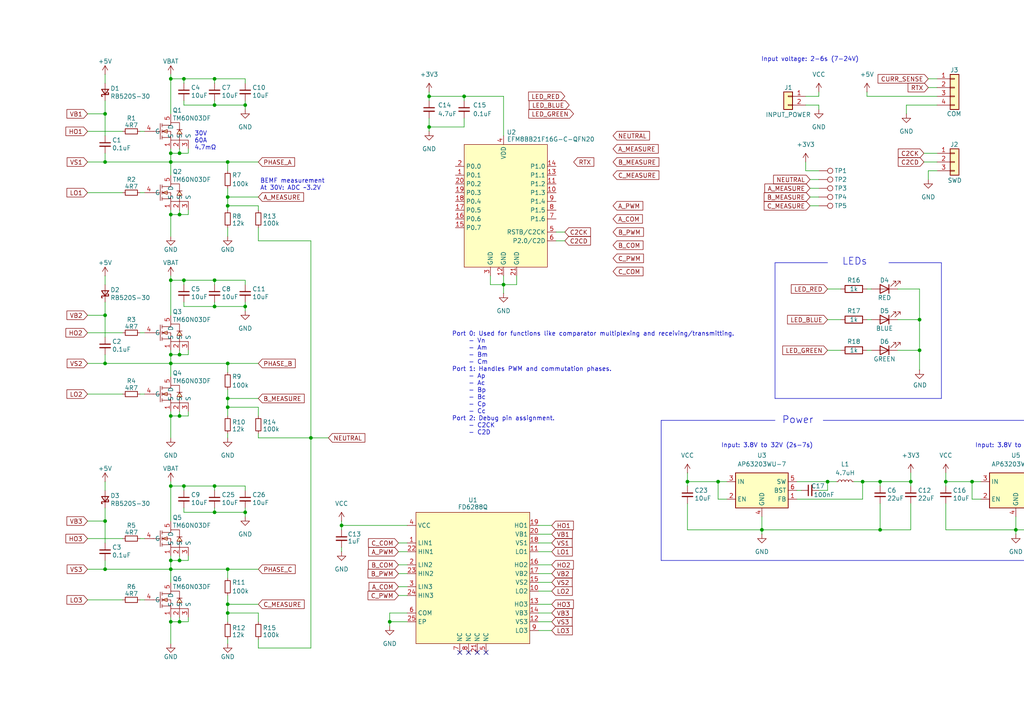
<source format=kicad_sch>
(kicad_sch (version 20231120) (generator "eeschema") (generator_version "8.0")
  (paper "A4")
  (title_block (title "ESCnix") (rev "A") (company "Victor Krook"))
  (junction (at 49.53 81.28))
  (junction (at 52.07 120.65))
  (junction (at 30.48 165.1))
  (junction (at 49.53 105.41))
  (junction (at 62.23 148.59))
  (junction (at 30.48 91.44))
  (junction (at 66.04 118.11))
  (junction (at 220.98 153.67))
  (junction (at 62.23 22.86))
  (junction (at 294.64 153.67))
  (junction (at 208.28 139.7))
  (junction (at 71.12 148.59))
  (junction (at 134.62 27.94))
  (junction (at 124.46 36.83))
  (junction (at 66.04 175.26))
  (junction (at 240.03 139.7))
  (junction (at 328.93 139.7))
  (junction (at 99.06 152.4))
  (junction (at 255.27 153.67))
  (junction (at 157.48 252.73))
  (junction (at 66.04 46.99))
  (junction (at 30.48 105.41))
  (junction (at 30.48 46.99))
  (junction (at 52.07 44.45))
  (junction (at 66.04 177.8))
  (junction (at 255.27 139.7))
  (junction (at 52.07 62.23))
  (junction (at 266.7 92.71))
  (junction (at 90.17 127))
  (junction (at 49.53 22.86))
  (junction (at 52.07 180.34))
  (junction (at 66.04 165.1))
  (junction (at 49.53 180.34))
  (junction (at 49.53 46.99))
  (junction (at 62.23 30.48))
  (junction (at 52.07 102.87))
  (junction (at 337.82 139.7))
  (junction (at 49.53 140.97))
  (junction (at 71.12 88.9))
  (junction (at 30.48 151.13))
  (junction (at 250.19 139.7))
  (junction (at 49.53 120.65))
  (junction (at 71.12 30.48))
  (junction (at 66.04 57.15))
  (junction (at 199.39 139.7))
  (junction (at 52.07 162.56))
  (junction (at 49.53 162.56))
  (junction (at 53.34 81.28))
  (junction (at 49.53 62.23))
  (junction (at 53.34 140.97))
  (junction (at 313.69 139.7))
  (junction (at 62.23 88.9))
  (junction (at 266.7 101.6))
  (junction (at 30.48 33.02))
  (junction (at 157.48 243.84))
  (junction (at 113.03 180.34))
  (junction (at 49.53 44.45))
  (junction (at 274.32 139.7))
  (junction (at 264.16 139.7))
  (junction (at 49.53 165.1))
  (junction (at 124.46 27.94))
  (junction (at 62.23 140.97))
  (junction (at 328.93 153.67))
  (junction (at 53.34 22.86))
  (junction (at 146.05 82.55))
  (junction (at 323.85 139.7))
  (junction (at 179.07 226.06))
  (junction (at 66.04 105.41))
  (junction (at 66.04 59.69))
  (junction (at 66.04 115.57))
  (junction (at 281.94 139.7))
  (junction (at 62.23 81.28))
  (junction (at 49.53 102.87))
  (no_connect (at 140.97 189.23))
  (no_connect (at 133.35 189.23))
  (no_connect (at 138.43 189.23))
  (no_connect (at 135.89 189.23))
  (wire (pts (xy 146.05 82.55) (xy 146.05 80.01)))
  (wire (pts (xy 124.46 26.67) (xy 124.46 27.94)))
  (wire (pts (xy 25.4 151.13) (xy 30.48 151.13)))
  (wire (pts (xy 267.97 44.45) (xy 271.78 44.45)))
  (wire (pts (xy 49.53 165.1) (xy 49.53 168.91)))
  (wire (pts (xy 54.61 161.29) (xy 54.61 162.56)))
  (wire (pts (xy 54.61 119.38) (xy 54.61 120.65)))
  (wire (pts (xy 328.93 146.05) (xy 328.93 153.67)))
  (wire (pts (xy 115.57 170.18) (xy 118.11 170.18)))
  (wire (pts (xy 53.34 88.9) (xy 62.23 88.9)))
  (wire (pts (xy 66.04 66.04) (xy 66.04 68.58)))
  (wire (pts (xy 62.23 140.97) (xy 53.34 140.97)))
  (polyline (pts (xy 224.79 115.57) (xy 273.05 115.57)))
  (wire (pts (xy 62.23 148.59) (xy 71.12 148.59)))
  (wire (pts (xy 71.12 140.97) (xy 62.23 140.97)))
  (wire (pts (xy 74.93 125.73) (xy 74.93 127)))
  (wire (pts (xy 53.34 147.32) (xy 53.34 148.59)))
  (wire (pts (xy 304.8 142.24) (xy 306.07 142.24)))
  (wire (pts (xy 74.93 177.8) (xy 74.93 180.34)))
  (wire (pts (xy 124.46 27.94) (xy 134.62 27.94)))
  (wire (pts (xy 71.12 88.9) (xy 71.12 87.63)))
  (wire (pts (xy 250.19 139.7) (xy 255.27 139.7)))
  (wire (pts (xy 25.4 33.02) (xy 30.48 33.02)))
  (wire (pts (xy 157.48 252.73) (xy 165.1 252.73)))
  (wire (pts (xy 313.69 142.24) (xy 313.69 139.7)))
  (wire (pts (xy 30.48 80.01) (xy 30.48 82.55)))
  (wire (pts (xy 66.04 165.1) (xy 74.93 165.1)))
  (wire (pts (xy 199.39 139.7) (xy 199.39 140.97)))
  (wire (pts (xy 52.07 102.87) (xy 49.53 102.87)))
  (wire (pts (xy 115.57 166.37) (xy 118.11 166.37)))
  (wire (pts (xy 40.64 173.99) (xy 41.91 173.99)))
  (wire (pts (xy 237.49 142.24) (xy 240.03 142.24)))
  (polyline (pts (xy 224.79 76.2) (xy 224.79 115.57)))
  (wire (pts (xy 71.12 82.55) (xy 71.12 81.28)))
  (wire (pts (xy 199.39 137.16) (xy 199.39 139.7)))
  (polyline (pts (xy 273.05 115.57) (xy 273.05 76.2)))
  (wire (pts (xy 53.34 140.97) (xy 49.53 140.97)))
  (wire (pts (xy 71.12 142.24) (xy 71.12 140.97)))
  (wire (pts (xy 231.14 142.24) (xy 232.41 142.24)))
  (wire (pts (xy 66.04 175.26) (xy 74.93 175.26)))
  (wire (pts (xy 49.53 62.23) (xy 52.07 62.23)))
  (wire (pts (xy 134.62 36.83) (xy 134.62 34.29)))
  (wire (pts (xy 233.68 46.99) (xy 233.68 49.53)))
  (wire (pts (xy 208.28 139.7) (xy 210.82 139.7)))
  (wire (pts (xy 49.53 165.1) (xy 30.48 165.1)))
  (wire (pts (xy 179.07 226.06) (xy 179.07 227.33)))
  (wire (pts (xy 255.27 146.05) (xy 255.27 153.67)))
  (wire (pts (xy 40.64 156.21) (xy 41.91 156.21)))
  (wire (pts (xy 113.03 180.34) (xy 113.03 177.8)))
  (wire (pts (xy 115.57 160.02) (xy 118.11 160.02)))
  (wire (pts (xy 156.21 177.8) (xy 160.02 177.8)))
  (wire (pts (xy 337.82 139.7) (xy 328.93 139.7)))
  (wire (pts (xy 264.16 139.7) (xy 264.16 140.97)))
  (wire (pts (xy 25.4 38.1) (xy 35.56 38.1)))
  (wire (pts (xy 30.48 147.32) (xy 30.48 151.13)))
  (wire (pts (xy 62.23 81.28) (xy 53.34 81.28)))
  (wire (pts (xy 49.53 46.99) (xy 66.04 46.99)))
  (wire (pts (xy 161.29 69.85) (xy 163.83 69.85)))
  (wire (pts (xy 321.31 139.7) (xy 323.85 139.7)))
  (wire (pts (xy 231.14 139.7) (xy 240.03 139.7)))
  (wire (pts (xy 274.32 153.67) (xy 294.64 153.67)))
  (wire (pts (xy 99.06 152.4) (xy 118.11 152.4)))
  (wire (pts (xy 49.53 46.99) (xy 49.53 50.8)))
  (wire (pts (xy 237.49 57.15) (xy 234.95 57.15)))
  (wire (pts (xy 266.7 101.6) (xy 266.7 107.315)))
  (wire (pts (xy 49.53 162.56) (xy 49.53 165.1)))
  (wire (pts (xy 62.23 140.97) (xy 62.23 142.24)))
  (wire (pts (xy 30.48 157.48) (xy 30.48 151.13)))
  (wire (pts (xy 274.32 146.05) (xy 274.32 153.67)))
  (wire (pts (xy 53.34 30.48) (xy 62.23 30.48)))
  (wire (pts (xy 52.07 161.29) (xy 52.07 162.56)))
  (wire (pts (xy 294.64 149.86) (xy 294.64 153.67)))
  (wire (pts (xy 220.98 153.67) (xy 220.98 154.94)))
  (wire (pts (xy 264.16 139.7) (xy 255.27 139.7)))
  (wire (pts (xy 165.1 251.46) (xy 168.91 251.46)))
  (polyline (pts (xy 347.98 162.56) (xy 191.77 162.56)))
  (polyline (pts (xy 240.03 76.2) (xy 224.79 76.2)))
  (wire (pts (xy 113.03 177.8) (xy 118.11 177.8)))
  (wire (pts (xy 30.48 165.1) (xy 30.48 162.56)))
  (wire (pts (xy 251.46 83.82) (xy 252.73 83.82)))
  (wire (pts (xy 90.17 187.96) (xy 90.17 127)))
  (wire (pts (xy 113.03 181.61) (xy 113.03 180.34)))
  (wire (pts (xy 165.1 243.84) (xy 165.1 245.11)))
  (wire (pts (xy 49.53 46.99) (xy 30.48 46.99)))
  (wire (pts (xy 54.61 60.96) (xy 54.61 62.23)))
  (wire (pts (xy 40.64 96.52) (xy 41.91 96.52)))
  (wire (pts (xy 30.48 29.21) (xy 30.48 33.02)))
  (wire (pts (xy 74.93 185.42) (xy 74.93 187.96)))
  (wire (pts (xy 208.28 144.78) (xy 208.28 139.7)))
  (wire (pts (xy 49.53 120.65) (xy 49.53 127)))
  (wire (pts (xy 168.91 245.11) (xy 168.91 246.38)))
  (wire (pts (xy 49.53 180.34) (xy 52.07 180.34)))
  (wire (pts (xy 52.07 44.45) (xy 49.53 44.45)))
  (wire (pts (xy 62.23 22.86) (xy 62.23 24.13)))
  (wire (pts (xy 304.8 139.7) (xy 313.69 139.7)))
  (wire (pts (xy 30.48 46.99) (xy 30.48 44.45)))
  (wire (pts (xy 157.48 252.73) (xy 157.48 261.62)))
  (wire (pts (xy 74.93 59.69) (xy 74.93 60.96)))
  (wire (pts (xy 49.53 62.23) (xy 49.53 68.58)))
  (wire (pts (xy 53.34 87.63) (xy 53.34 88.9)))
  (wire (pts (xy 251.46 101.6) (xy 252.73 101.6)))
  (wire (pts (xy 179.07 226.06) (xy 173.99 226.06)))
  (wire (pts (xy 237.49 52.07) (xy 234.95 52.07)))
  (wire (pts (xy 49.53 161.29) (xy 49.53 162.56)))
  (wire (pts (xy 53.34 29.21) (xy 53.34 30.48)))
  (wire (pts (xy 66.04 185.42) (xy 66.04 186.69)))
  (wire (pts (xy 90.17 127) (xy 95.25 127)))
  (wire (pts (xy 49.53 139.7) (xy 49.53 140.97)))
  (wire (pts (xy 271.78 27.94) (xy 251.46 27.94)))
  (wire (pts (xy 52.07 180.34) (xy 54.61 180.34)))
  (wire (pts (xy 66.04 177.8) (xy 74.93 177.8)))
  (wire (pts (xy 134.62 27.94) (xy 146.05 27.94)))
  (wire (pts (xy 25.4 96.52) (xy 35.56 96.52)))
  (wire (pts (xy 304.8 144.78) (xy 323.85 144.78)))
  (wire (pts (xy 74.93 118.11) (xy 74.93 120.65)))
  (wire (pts (xy 49.53 180.34) (xy 49.53 186.69)))
  (wire (pts (xy 49.53 60.96) (xy 49.53 62.23)))
  (wire (pts (xy 294.64 153.67) (xy 294.64 154.94)))
  (wire (pts (xy 66.04 46.99) (xy 66.04 49.53)))
  (wire (pts (xy 156.21 163.83) (xy 160.02 163.83)))
  (wire (pts (xy 30.48 105.41) (xy 30.48 102.87)))
  (wire (pts (xy 25.4 55.88) (xy 35.56 55.88)))
  (wire (pts (xy 337.82 139.7) (xy 337.82 140.97)))
  (wire (pts (xy 71.12 22.86) (xy 62.23 22.86)))
  (wire (pts (xy 66.04 59.69) (xy 66.04 60.96)))
  (wire (pts (xy 237.49 31.75) (xy 237.49 30.48)))
  (wire (pts (xy 62.23 30.48) (xy 71.12 30.48)))
  (wire (pts (xy 66.04 172.72) (xy 66.04 175.26)))
  (wire (pts (xy 251.46 92.71) (xy 252.73 92.71)))
  (wire (pts (xy 165.1 243.84) (xy 157.48 243.84)))
  (polyline (pts (xy 191.77 121.92) (xy 224.79 121.92)))
  (wire (pts (xy 66.04 105.41) (xy 66.04 107.95)))
  (wire (pts (xy 49.53 44.45) (xy 49.53 46.99)))
  (wire (pts (xy 173.99 256.54) (xy 173.99 257.81)))
  (wire (pts (xy 266.7 83.82) (xy 266.7 92.71)))
  (wire (pts (xy 66.04 113.03) (xy 66.04 115.57)))
  (wire (pts (xy 269.24 25.4) (xy 271.78 25.4)))
  (wire (pts (xy 237.49 54.61) (xy 234.95 54.61)))
  (wire (pts (xy 156.21 160.02) (xy 160.02 160.02)))
  (wire (pts (xy 66.04 175.26) (xy 66.04 177.8)))
  (wire (pts (xy 250.19 144.78) (xy 250.19 139.7)))
  (wire (pts (xy 40.64 55.88) (xy 41.91 55.88)))
  (wire (pts (xy 71.12 24.13) (xy 71.12 22.86)))
  (wire (pts (xy 199.39 139.7) (xy 208.28 139.7)))
  (wire (pts (xy 146.05 82.55) (xy 146.05 85.09)))
  (wire (pts (xy 71.12 90.17) (xy 71.12 88.9)))
  (wire (pts (xy 251.46 27.94) (xy 251.46 26.67)))
  (wire (pts (xy 62.23 87.63) (xy 62.23 88.9)))
  (wire (pts (xy 54.61 102.87) (xy 52.07 102.87)))
  (wire (pts (xy 237.49 27.94) (xy 237.49 26.67)))
  (wire (pts (xy 52.07 101.6) (xy 52.07 102.87)))
  (wire (pts (xy 62.23 88.9) (xy 71.12 88.9)))
  (wire (pts (xy 255.27 153.67) (xy 264.16 153.67)))
  (wire (pts (xy 220.98 153.67) (xy 255.27 153.67)))
  (wire (pts (xy 281.94 144.78) (xy 281.94 139.7)))
  (wire (pts (xy 157.48 243.84) (xy 157.48 245.11)))
  (wire (pts (xy 66.04 57.15) (xy 74.93 57.15)))
  (wire (pts (xy 49.53 102.87) (xy 49.53 105.41)))
  (wire (pts (xy 52.07 119.38) (xy 52.07 120.65)))
  (wire (pts (xy 146.05 27.94) (xy 146.05 39.37)))
  (wire (pts (xy 49.53 80.01) (xy 49.53 81.28)))
  (wire (pts (xy 66.04 105.41) (xy 74.93 105.41)))
  (wire (pts (xy 161.29 261.62) (xy 161.29 260.35)))
  (wire (pts (xy 240.03 142.24) (xy 240.03 139.7)))
  (wire (pts (xy 157.48 241.3) (xy 157.48 243.84)))
  (wire (pts (xy 156.21 180.34) (xy 160.02 180.34)))
  (wire (pts (xy 161.29 67.31) (xy 163.83 67.31)))
  (wire (pts (xy 274.32 139.7) (xy 281.94 139.7)))
  (wire (pts (xy 49.53 101.6) (xy 49.53 102.87)))
  (wire (pts (xy 74.93 187.96) (xy 90.17 187.96)))
  (wire (pts (xy 53.34 81.28) (xy 53.34 82.55)))
  (wire (pts (xy 146.05 82.55) (xy 149.86 82.55)))
  (wire (pts (xy 267.97 46.99) (xy 271.78 46.99)))
  (wire (pts (xy 328.93 153.67) (xy 337.82 153.67)))
  (wire (pts (xy 156.21 157.48) (xy 160.02 157.48)))
  (wire (pts (xy 269.24 52.07) (xy 269.24 49.53)))
  (wire (pts (xy 49.53 21.59) (xy 49.53 22.86)))
  (wire (pts (xy 124.46 34.29) (xy 124.46 36.83)))
  (wire (pts (xy 237.49 59.69) (xy 234.95 59.69)))
  (wire (pts (xy 49.53 165.1) (xy 66.04 165.1)))
  (wire (pts (xy 266.7 92.71) (xy 266.7 101.6)))
  (wire (pts (xy 66.04 46.99) (xy 74.93 46.99)))
  (wire (pts (xy 74.93 66.04) (xy 74.93 69.85)))
  (wire (pts (xy 53.34 148.59) (xy 62.23 148.59)))
  (wire (pts (xy 179.07 224.79) (xy 179.07 226.06)))
  (wire (pts (xy 90.17 127) (xy 90.17 69.85)))
  (wire (pts (xy 149.86 82.55) (xy 149.86 80.01)))
  (wire (pts (xy 157.48 261.62) (xy 161.29 261.62)))
  (wire (pts (xy 30.48 97.79) (xy 30.48 91.44)))
  (wire (pts (xy 255.27 140.97) (xy 255.27 139.7)))
  (wire (pts (xy 66.04 59.69) (xy 74.93 59.69)))
  (polyline (pts (xy 191.77 162.56) (xy 191.77 121.92)))
  (wire (pts (xy 262.89 30.48) (xy 271.78 30.48)))
  (wire (pts (xy 25.4 105.41) (xy 30.48 105.41)))
  (wire (pts (xy 220.98 149.86) (xy 220.98 153.67)))
  (wire (pts (xy 54.61 179.07) (xy 54.61 180.34)))
  (wire (pts (xy 294.64 153.67) (xy 328.93 153.67)))
  (wire (pts (xy 99.06 151.13) (xy 99.06 152.4)))
  (wire (pts (xy 142.24 80.01) (xy 142.24 82.55)))
  (wire (pts (xy 323.85 144.78) (xy 323.85 139.7)))
  (wire (pts (xy 124.46 27.94) (xy 124.46 29.21)))
  (wire (pts (xy 66.04 54.61) (xy 66.04 57.15)))
  (wire (pts (xy 53.34 22.86) (xy 49.53 22.86)))
  (wire (pts (xy 156.21 168.91) (xy 160.02 168.91)))
  (wire (pts (xy 240.03 101.6) (xy 243.84 101.6)))
  (wire (pts (xy 269.24 22.86) (xy 271.78 22.86)))
  (wire (pts (xy 240.03 83.82) (xy 243.84 83.82)))
  (wire (pts (xy 49.53 105.41) (xy 49.53 109.22)))
  (wire (pts (xy 274.32 139.7) (xy 274.32 140.97)))
  (wire (pts (xy 54.61 162.56) (xy 52.07 162.56)))
  (wire (pts (xy 71.12 31.75) (xy 71.12 30.48)))
  (wire (pts (xy 62.23 81.28) (xy 62.23 82.55)))
  (wire (pts (xy 274.32 137.16) (xy 274.32 139.7)))
  (wire (pts (xy 237.49 30.48) (xy 233.68 30.48)))
  (wire (pts (xy 66.04 118.11) (xy 74.93 118.11)))
  (wire (pts (xy 49.53 43.18) (xy 49.53 44.45)))
  (wire (pts (xy 71.12 149.86) (xy 71.12 148.59)))
  (wire (pts (xy 311.15 142.24) (xy 313.69 142.24)))
  (wire (pts (xy 210.82 144.78) (xy 208.28 144.78)))
  (wire (pts (xy 30.48 87.63) (xy 30.48 91.44)))
  (wire (pts (xy 71.12 30.48) (xy 71.12 29.21)))
  (wire (pts (xy 49.53 105.41) (xy 30.48 105.41)))
  (wire (pts (xy 115.57 172.72) (xy 118.11 172.72)))
  (wire (pts (xy 52.07 120.65) (xy 54.61 120.65)))
  (wire (pts (xy 269.24 49.53) (xy 271.78 49.53)))
  (wire (pts (xy 156.21 152.4) (xy 160.02 152.4)))
  (wire (pts (xy 142.24 82.55) (xy 146.05 82.55)))
  (wire (pts (xy 52.07 62.23) (xy 54.61 62.23)))
  (wire (pts (xy 54.61 101.6) (xy 54.61 102.87)))
  (wire (pts (xy 25.4 173.99) (xy 35.56 173.99)))
  (wire (pts (xy 264.16 146.05) (xy 264.16 153.67)))
  (wire (pts (xy 66.04 118.11) (xy 66.04 120.65)))
  (wire (pts (xy 25.4 91.44) (xy 30.48 91.44)))
  (wire (pts (xy 49.53 81.28) (xy 49.53 91.44)))
  (wire (pts (xy 66.04 177.8) (xy 66.04 180.34)))
  (wire (pts (xy 71.12 81.28) (xy 62.23 81.28)))
  (wire (pts (xy 49.53 140.97) (xy 49.53 151.13)))
  (wire (pts (xy 156.21 171.45) (xy 160.02 171.45)))
  (wire (pts (xy 25.4 156.21) (xy 35.56 156.21)))
  (wire (pts (xy 134.62 27.94) (xy 134.62 29.21)))
  (wire (pts (xy 264.16 139.7) (xy 264.16 137.16)))
  (wire (pts (xy 99.06 152.4) (xy 99.06 153.67)))
  (wire (pts (xy 260.35 83.82) (xy 266.7 83.82)))
  (wire (pts (xy 66.04 165.1) (xy 66.04 167.64)))
  (wire (pts (xy 323.85 139.7) (xy 328.93 139.7)))
  (wire (pts (xy 313.69 139.7) (xy 316.23 139.7)))
  (wire (pts (xy 157.48 250.19) (xy 157.48 252.73)))
  (wire (pts (xy 25.4 114.3) (xy 35.56 114.3)))
  (wire (pts (xy 240.03 92.71) (xy 243.84 92.71)))
  (wire (pts (xy 66.04 125.73) (xy 66.04 127)))
  (wire (pts (xy 30.48 21.59) (xy 30.48 24.13)))
  (wire (pts (xy 30.48 139.7) (xy 30.48 142.24)))
  (wire (pts (xy 184.15 248.92) (xy 186.69 248.92)))
  (wire (pts (xy 240.03 139.7) (xy 242.57 139.7)))
  (wire (pts (xy 156.21 166.37) (xy 160.02 166.37)))
  (wire (pts (xy 124.46 36.83) (xy 134.62 36.83)))
  (wire (pts (xy 113.03 180.34) (xy 118.11 180.34)))
  (wire (pts (xy 199.39 146.05) (xy 199.39 153.67)))
  (wire (pts (xy 52.07 162.56) (xy 49.53 162.56)))
  (wire (pts (xy 71.12 148.59) (xy 71.12 147.32)))
  (wire (pts (xy 99.06 158.75) (xy 99.06 160.02)))
  (wire (pts (xy 115.57 163.83) (xy 118.11 163.83)))
  (wire (pts (xy 54.61 43.18) (xy 54.61 44.45)))
  (wire (pts (xy 231.14 144.78) (xy 250.19 144.78)))
  (wire (pts (xy 337.82 139.7) (xy 337.82 137.16)))
  (wire (pts (xy 52.07 179.07) (xy 52.07 180.34)))
  (wire (pts (xy 233.68 27.94) (xy 237.49 27.94)))
  (wire (pts (xy 62.23 22.86) (xy 53.34 22.86)))
  (wire (pts (xy 49.53 120.65) (xy 52.07 120.65)))
  (wire (pts (xy 53.34 22.86) (xy 53.34 24.13)))
  (wire (pts (xy 49.53 179.07) (xy 49.53 180.34)))
  (polyline (pts (xy 257.81 76.2) (xy 273.05 76.2)))
  (wire (pts (xy 284.48 144.78) (xy 281.94 144.78)))
  (wire (pts (xy 49.53 105.41) (xy 66.04 105.41)))
  (polyline (pts (xy 238.76 121.92) (xy 347.98 121.92)))
  (wire (pts (xy 179.07 232.41) (xy 179.07 233.68)))
  (wire (pts (xy 262.89 33.02) (xy 262.89 30.48)))
  (wire (pts (xy 66.04 115.57) (xy 74.93 115.57)))
  (wire (pts (xy 281.94 139.7) (xy 284.48 139.7)))
  (wire (pts (xy 62.23 29.21) (xy 62.23 30.48)))
  (wire (pts (xy 260.35 92.71) (xy 266.7 92.71)))
  (wire (pts (xy 62.23 147.32) (xy 62.23 148.59)))
  (wire (pts (xy 173.99 226.06) (xy 173.99 241.3)))
  (wire (pts (xy 40.64 114.3) (xy 41.91 114.3)))
  (wire (pts (xy 52.07 60.96) (xy 52.07 62.23)))
  (polyline (pts (xy 347.98 121.92) (xy 347.98 162.56)))
  (wire (pts (xy 40.64 38.1) (xy 41.91 38.1)))
  (wire (pts (xy 49.53 22.86) (xy 49.53 33.02)))
  (wire (pts (xy 74.93 127) (xy 90.17 127)))
  (wire (pts (xy 337.82 146.05) (xy 337.82 153.67)))
  (wire (pts (xy 156.21 182.88) (xy 160.02 182.88)))
  (wire (pts (xy 156.21 175.26) (xy 160.02 175.26)))
  (wire (pts (xy 165.1 252.73) (xy 165.1 251.46)))
  (wire (pts (xy 52.07 43.18) (xy 52.07 44.45)))
  (wire (pts (xy 54.61 44.45) (xy 52.07 44.45)))
  (wire (pts (xy 53.34 81.28) (xy 49.53 81.28)))
  (wire (pts (xy 74.93 69.85) (xy 90.17 69.85)))
  (wire (pts (xy 260.35 101.6) (xy 266.7 101.6)))
  (wire (pts (xy 165.1 245.11) (xy 168.91 245.11)))
  (wire (pts (xy 30.48 39.37) (xy 30.48 33.02)))
  (wire (pts (xy 328.93 140.97) (xy 328.93 139.7)))
  (wire (pts (xy 156.21 154.94) (xy 160.02 154.94)))
  (wire (pts (xy 199.39 153.67) (xy 220.98 153.67)))
  (wire (pts (xy 66.04 115.57) (xy 66.04 118.11)))
  (wire (pts (xy 49.53 119.38) (xy 49.53 120.65)))
  (wire (pts (xy 233.68 49.53) (xy 237.49 49.53)))
  (wire (pts (xy 247.65 139.7) (xy 250.19 139.7)))
  (wire (pts (xy 115.57 157.48) (xy 118.11 157.48)))
  (wire (pts (xy 66.04 57.15) (xy 66.04 59.69)))
  (wire (pts (xy 25.4 165.1) (xy 30.48 165.1)))
  (wire (pts (xy 124.46 36.83) (xy 124.46 38.1)))
  (wire (pts (xy 25.4 46.99) (xy 30.48 46.99)))
  (wire (pts (xy 53.34 140.97) (xy 53.34 142.24)))
  (text "Input: 3.8V to 32V (2s-7s)" (at 222.504 129.286 0) (effects (font (size 1.27 1.27))))
  (text "Port 0: Used for functions like comparator multiplexing and receiving/transmitting.\n	- Vn\n	- Am\n	- Bm\n	- Cm\nPort 1: Handles PWM and commutation phases.\n	- Ap\n	- Ac\n	- Bp\n	- Bc\n	- Cp\n	- Cc\nPort 2: Debug pin assignment.\n	- C2CK\n	- C2D" (at 131.064 111.252 0) (effects (font (size 1.27 1.27)) (justify left)))
  (text "Input: 3.8V to 32V (2s-7s)" (at 296.164 129.286 0) (effects (font (size 1.27 1.27))))
  (text "BEMF measurement\nAt 30V: ADC ~3.2V" (at 75.438 53.594 0) (effects (font (size 1.27 1.27)) (justify left)))
  (text "30V\n60A\n4.7mΩ" (at 56.388 40.894 0) (effects (font (size 1.27 1.27)) (justify left)))
  (text "Max current: 60A\n-> Max voltage: 30mV\n-> Max power: 1.8W\nGain: 100\nADC max: 3V" (at 189.484 232.918 0) (effects (font (size 1.27 1.27)) (justify left)))
  (text "LEDs" (at 247.904 75.946 0) (effects (font (size 2.032 2.032))))
  (text "Power" (at 231.394 121.92 0) (effects (font (size 2.032 2.032))))
  (text "Input voltage: 2-6s (7-24V)" (at 234.95 17.272 0) (effects (font (size 1.27 1.27))))
  (text "Current measurement" (at 152.146 217.424 0) (effects (font (size 2.9972 2.9972)) (justify left bottom)))
  (global_label "HO3" (shape input) (at 25.4 156.21 180) (property "Intersheetrefs" "${INTERSHEET_REFS}" (effects (hide yes))))
  (global_label "C_PWM" (shape input) (at 115.57 172.72 180) (property "Intersheetrefs" "${INTERSHEET_REFS}" (effects (hide yes))))
  (global_label "LO1" (shape input) (at 25.4 55.88 180) (property "Intersheetrefs" "${INTERSHEET_REFS}" (effects (hide yes))))
  (global_label "B_COM" (shape input) (at 115.57 163.83 180) (property "Intersheetrefs" "${INTERSHEET_REFS}" (effects (hide yes))))
  (global_label "VS1" (shape input) (at 25.4 46.99 180) (property "Intersheetrefs" "${INTERSHEET_REFS}" (effects (hide yes))))
  (global_label "A_MEASURE" (shape input) (at 177.8 43.18 0) (property "Intersheetrefs" "${INTERSHEET_REFS}" (effects (hide yes))))
  (global_label "CURR_SENSE" (shape input) (at 186.69 248.92 0) (property "Intersheetrefs" "${INTERSHEET_REFS}" (effects (hide yes))))
  (global_label "C_MEASURE" (shape input) (at 74.93 175.26 0) (property "Intersheetrefs" "${INTERSHEET_REFS}" (effects (hide yes))))
  (global_label "HO2" (shape input) (at 25.4 96.52 180) (property "Intersheetrefs" "${INTERSHEET_REFS}" (effects (hide yes))))
  (global_label "C2CD" (shape input) (at 267.97 46.99 180) (property "Intersheetrefs" "${INTERSHEET_REFS}" (effects (hide yes))))
  (global_label "LO1" (shape input) (at 160.02 160.02 0) (property "Intersheetrefs" "${INTERSHEET_REFS}" (effects (hide yes))))
  (global_label "A_MEASURE" (shape input) (at 234.95 54.61 180) (property "Intersheetrefs" "${INTERSHEET_REFS}" (effects (hide yes))))
  (global_label "C_MEASURE" (shape input) (at 177.8 50.8 0) (property "Intersheetrefs" "${INTERSHEET_REFS}" (effects (hide yes))))
  (global_label "VB1" (shape input) (at 160.02 154.94 0) (property "Intersheetrefs" "${INTERSHEET_REFS}" (effects (hide yes))))
  (global_label "LO3" (shape input) (at 160.02 182.88 0) (property "Intersheetrefs" "${INTERSHEET_REFS}" (effects (hide yes))))
  (global_label "VB3" (shape input) (at 160.02 177.8 0) (property "Intersheetrefs" "${INTERSHEET_REFS}" (effects (hide yes))))
  (global_label "VS1" (shape input) (at 160.02 157.48 0) (property "Intersheetrefs" "${INTERSHEET_REFS}" (effects (hide yes))))
  (global_label "C_MEASURE" (shape input) (at 234.95 59.69 180) (property "Intersheetrefs" "${INTERSHEET_REFS}" (effects (hide yes))))
  (global_label "VS2" (shape input) (at 160.02 168.91 0) (property "Intersheetrefs" "${INTERSHEET_REFS}" (effects (hide yes))))
  (global_label "RTX" (shape input) (at 269.24 25.4 180) (property "Intersheetrefs" "${INTERSHEET_REFS}" (effects (hide yes))))
  (global_label "A_COM" (shape input) (at 177.8 63.5 0) (property "Intersheetrefs" "${INTERSHEET_REFS}" (effects (hide yes))))
  (global_label "C_PWM" (shape input) (at 177.8 74.93 0) (property "Intersheetrefs" "${INTERSHEET_REFS}" (effects (hide yes))))
  (global_label "LED_GREEN" (shape input) (at 166.37 33.02 180) (property "Intersheetrefs" "${INTERSHEET_REFS}" (effects (hide yes))))
  (global_label "B_COM" (shape input) (at 177.8 71.12 0) (property "Intersheetrefs" "${INTERSHEET_REFS}" (effects (hide yes))))
  (global_label "B_PWM" (shape input) (at 115.57 166.37 180) (property "Intersheetrefs" "${INTERSHEET_REFS}" (effects (hide yes))))
  (global_label "HO2" (shape input) (at 160.02 163.83 0) (property "Intersheetrefs" "${INTERSHEET_REFS}" (effects (hide yes))))
  (global_label "PHASE_A" (shape input) (at 74.93 46.99 0) (property "Intersheetrefs" "${INTERSHEET_REFS}" (effects (hide yes))))
  (global_label "LED_RED" (shape input) (at 240.03 83.82 180) (property "Intersheetrefs" "${INTERSHEET_REFS}" (effects (hide yes))))
  (global_label "C2CD" (shape input) (at 163.83 69.85 0) (property "Intersheetrefs" "${INTERSHEET_REFS}" (effects (hide yes))))
  (global_label "C2CK" (shape input) (at 163.83 67.31 0) (property "Intersheetrefs" "${INTERSHEET_REFS}" (effects (hide yes))))
  (global_label "A_MEASURE" (shape input) (at 74.93 57.15 0) (property "Intersheetrefs" "${INTERSHEET_REFS}" (effects (hide yes))))
  (global_label "LED_RED" (shape input) (at 163.83 27.94 180) (property "Intersheetrefs" "${INTERSHEET_REFS}" (effects (hide yes))))
  (global_label "NEUTRAL" (shape input) (at 95.25 127 0) (property "Intersheetrefs" "${INTERSHEET_REFS}" (effects (hide yes))))
  (global_label "C_COM" (shape input) (at 177.8 78.74 0) (property "Intersheetrefs" "${INTERSHEET_REFS}" (effects (hide yes))))
  (global_label "LO2" (shape input) (at 160.02 171.45 0) (property "Intersheetrefs" "${INTERSHEET_REFS}" (effects (hide yes))))
  (global_label "PHASE_C" (shape input) (at 74.93 165.1 0) (property "Intersheetrefs" "${INTERSHEET_REFS}" (effects (hide yes))))
  (global_label "VS2" (shape input) (at 25.4 105.41 180) (property "Intersheetrefs" "${INTERSHEET_REFS}" (effects (hide yes))))
  (global_label "VB1" (shape input) (at 25.4 33.02 180) (property "Intersheetrefs" "${INTERSHEET_REFS}" (effects (hide yes))))
  (global_label "A_PWM" (shape input) (at 177.8 59.69 0) (property "Intersheetrefs" "${INTERSHEET_REFS}" (effects (hide yes))))
  (global_label "B_MEASURE" (shape input) (at 177.8 46.99 0) (property "Intersheetrefs" "${INTERSHEET_REFS}" (effects (hide yes))))
  (global_label "VB2" (shape input) (at 160.02 166.37 0) (property "Intersheetrefs" "${INTERSHEET_REFS}" (effects (hide yes))))
  (global_label "NEUTRAL" (shape input) (at 177.8 39.37 0) (property "Intersheetrefs" "${INTERSHEET_REFS}" (effects (hide yes))))
  (global_label "VB2" (shape input) (at 25.4 91.44 180) (property "Intersheetrefs" "${INTERSHEET_REFS}" (effects (hide yes))))
  (global_label "A_PWM" (shape input) (at 115.57 160.02 180) (property "Intersheetrefs" "${INTERSHEET_REFS}" (effects (hide yes))))
  (global_label "C_COM" (shape input) (at 115.57 157.48 180) (property "Intersheetrefs" "${INTERSHEET_REFS}" (effects (hide yes))))
  (global_label "VS3" (shape input) (at 25.4 165.1 180) (property "Intersheetrefs" "${INTERSHEET_REFS}" (effects (hide yes))))
  (global_label "A_COM" (shape input) (at 115.57 170.18 180) (property "Intersheetrefs" "${INTERSHEET_REFS}" (effects (hide yes))))
  (global_label "LED_BLUE" (shape input) (at 240.03 92.71 180) (property "Intersheetrefs" "${INTERSHEET_REFS}" (effects (hide yes))))
  (global_label "VS3" (shape input) (at 160.02 180.34 0) (property "Intersheetrefs" "${INTERSHEET_REFS}" (effects (hide yes))))
  (global_label "VB3" (shape input) (at 25.4 151.13 180) (property "Intersheetrefs" "${INTERSHEET_REFS}" (effects (hide yes))))
  (global_label "B_MEASURE" (shape input) (at 234.95 57.15 180) (property "Intersheetrefs" "${INTERSHEET_REFS}" (effects (hide yes))))
  (global_label "LED_GREEN" (shape input) (at 240.03 101.6 180) (property "Intersheetrefs" "${INTERSHEET_REFS}" (effects (hide yes))))
  (global_label "B_MEASURE" (shape input) (at 74.93 115.57 0) (property "Intersheetrefs" "${INTERSHEET_REFS}" (effects (hide yes))))
  (global_label "B_PWM" (shape input) (at 177.8 67.31 0) (property "Intersheetrefs" "${INTERSHEET_REFS}" (effects (hide yes))))
  (global_label "LO3" (shape input) (at 25.4 173.99 180) (property "Intersheetrefs" "${INTERSHEET_REFS}" (effects (hide yes))))
  (global_label "C2CK" (shape input) (at 267.97 44.45 180) (property "Intersheetrefs" "${INTERSHEET_REFS}" (effects (hide yes))))
  (global_label "LO2" (shape input) (at 25.4 114.3 180) (property "Intersheetrefs" "${INTERSHEET_REFS}" (effects (hide yes))))
  (global_label "RTX" (shape input) (at 166.37 46.99 0) (property "Intersheetrefs" "${INTERSHEET_REFS}" (effects (hide yes))))
  (global_label "HO1" (shape input) (at 25.4 38.1 180) (property "Intersheetrefs" "${INTERSHEET_REFS}" (effects (hide yes))))
  (global_label "HO1" (shape input) (at 160.02 152.4 0) (property "Intersheetrefs" "${INTERSHEET_REFS}" (effects (hide yes))))
  (global_label "PHASE_B" (shape input) (at 74.93 105.41 0) (property "Intersheetrefs" "${INTERSHEET_REFS}" (effects (hide yes))))
  (global_label "NEUTRAL" (shape input) (at 234.95 52.07 180) (property "Intersheetrefs" "${INTERSHEET_REFS}" (effects (hide yes))))
  (global_label "HO3" (shape input) (at 160.02 175.26 0) (property "Intersheetrefs" "${INTERSHEET_REFS}" (effects (hide yes))))
  (global_label "CURR_SENSE" (shape input) (at 269.24 22.86 180) (property "Intersheetrefs" "${INTERSHEET_REFS}" (effects (hide yes))))
  (global_label "LED_BLUE" (shape input) (at 165.1 30.48 180) (property "Intersheetrefs" "${INTERSHEET_REFS}" (effects (hide yes))))
  (symbol (lib_id "Device:L_Small") (at 245.11 139.7 90) (unit 1)
    (property "Reference" "L1" (at 245.11 134.62 90))
    (property "Value" "4.7uH" (at 245.11 137.16 90))
    (property "Footprint" "Inductor_SMD:L_0402_1005Metric" (effects (hide yes)))
    (property "Description" "Inductor, small symbol" (effects (hide yes)))
  )
  (symbol (lib_id "Device:R_Small") (at 157.48 247.65 0) (unit 1)
    (property "Reference" "R21" (at 158.75 246.888 0) (effects (justify left)))
    (property "Value" "0.5m" (at 159.004 248.92 0) (effects (justify left)))
    (property "Footprint" "Resistor_SMD:R_2512_6332Metric" (effects (hide yes)))
    (property "Datasheet" "https://www.lcsc.com/datasheet/lcsc_datasheet_2110081730_Milliohm-LR2512D-3W-0-5mR-1-_C500733.pdf" (effects (hide yes)))
    (property "Description" "Resistor, small symbol" (effects (hide yes)))
    (property "LCSC Part" "C500733" (effects (hide yes)))
  )
  (symbol (lib_id "Connector:TestPoint") (at 237.49 57.15 270) (mirror x) (unit 1)
    (property "Reference" "TP4" (at 243.84 57.15 90))
    (property "Value" "TestPoint" (effects (hide yes)))
    (property "Description" "test point" (effects (hide yes)))
  )
  (symbol (lib_id "power:GND") (at 173.99 257.81 0) (unit 1)
    (property "Reference" "#PWR032" (effects (hide yes)))
    (property "Value" "GND" (at 174.117 262.2042 0))
  )
  (symbol (lib_id "Device:C_Small") (at 274.32 143.51 0) (unit 1)
    (property "Reference" "C16" (at 276.352 142.24 0) (effects (justify left)))
    (property "Value" "10uF" (at 276.352 144.526 0) (effects (justify left)))
    (property "Footprint" "custom:C_0603_1608Metric_NoSilk" (effects (hide yes)))
    (property "Description" "Unpolarized capacitor, small symbol" (effects (hide yes)))
    (property "LCSC Part" "C96446" (effects (hide yes)))
  )
  (symbol (lib_id "custom:VBAT") (at 49.53 139.7 0) (unit 1)
    (property "Reference" "#PWR06" (effects (hide yes)))
    (property "Value" "VBAT" (at 49.53 135.89 0))
    (property "Description" "Power symbol creates a global label with name \"VBAT\"" (effects (hide yes)))
  )
  (symbol (lib_id "Connector:TestPoint") (at 237.49 54.61 270) (mirror x) (unit 1)
    (property "Reference" "TP3" (at 243.84 54.61 90))
    (property "Value" "TestPoint" (effects (hide yes)))
    (property "Description" "test point" (effects (hide yes)))
  )
  (symbol (lib_id "Device:C_Small") (at 234.95 142.24 90) (unit 1)
    (property "Reference" "C17" (at 237.236 140.97 90))
    (property "Value" "100nF" (at 239.014 143.51 90))
    (property "Footprint" "custom:C_0402_1005Metric_NoSilk" (effects (hide yes)))
    (property "Description" "Unpolarized capacitor, small symbol" (effects (hide yes)))
  )
  (symbol (lib_id "Connector_Generic:Conn_01x02") (at 228.6 27.94 0) (mirror y) (unit 1)
    (property "Reference" "J1" (at 229.87 25.4 0) (effects (justify left)))
    (property "Value" "INPUT_POWER" (at 235.204 33.274 0) (effects (justify left)))
    (property "Footprint" "custom:Conn_2_Bat" (effects (hide yes)))
    (property "Description" "Generic connector, single row, 01x02, script generated (kicad-library-utils/schlib/autogen/connector/)" (effects (hide yes)))
  )
  (symbol (lib_id "Device:D_Schottky_Small") (at 30.48 85.09 90) (unit 1)
    (property "Reference" "D2" (at 32.004 84.074 90) (effects (justify right)))
    (property "Value" "RB520S-30" (at 32.004 86.36 90) (effects (justify right)))
    (property "Footprint" "custom:D_SOD-523_NoSilk" (effects (hide yes)))
    (property "Description" "Schottky diode, small symbol" (effects (hide yes)))
  )
  (symbol (lib_id "power:+3V3") (at 124.46 26.67 0) (unit 1)
    (property "Reference" "#PWR019" (effects (hide yes)))
    (property "Value" "+3V3" (at 124.46 21.59 0))
    (property "Description" "Power symbol creates a global label with name \"+3V3\"" (effects (hide yes)))
  )
  (symbol (lib_id "easyeda2kicad:TMG60N04DF") (at 49.53 114.3 0) (unit 1)
    (property "Reference" "Q4" (at 50.038 108.204 0) (effects (justify left)))
    (property "Value" "TM60N03DF" (at 50.038 110.49 0) (effects (justify left)))
    (property "Footprint" "easyeda2kicad:POWERDI3333-8_DMN7022LFGQ-7" (effects (hide yes)))
    (property "Datasheet" "https://www.lcsc.com/datasheet/lcsc_datasheet_2306141419_Tritech-MOS-TM60N03DF_C7422876.pdf" (effects (hide yes)))
    (property "LCSC Part" "C7422876" (effects (hide yes)))
  )
  (symbol (lib_id "Device:C_Small") (at 255.27 143.51 0) (unit 1)
    (property "Reference" "C6" (at 257.302 142.24 0) (effects (justify left)))
    (property "Value" "22uF" (at 257.302 144.526 0) (effects (justify left)))
    (property "Footprint" "custom:C_0805_2012Metric_NoSilk" (effects (hide yes)))
    (property "Description" "Unpolarized capacitor, small symbol" (effects (hide yes)))
    (property "LCSC Part" "C45783" (effects (hide yes)))
  )
  (symbol (lib_id "Device:C_Small") (at 308.61 142.24 90) (unit 1)
    (property "Reference" "C22" (at 310.896 140.97 90))
    (property "Value" "100nF" (at 312.674 143.51 90))
    (property "Footprint" "custom:C_0402_1005Metric_NoSilk" (effects (hide yes)))
    (property "Description" "Unpolarized capacitor, small symbol" (effects (hide yes)))
  )
  (symbol (lib_id "Regulator_Switching:AP63203WU") (at 220.98 142.24 0) (unit 1)
    (property "Reference" "U3" (at 220.98 132.08 0))
    (property "Value" "AP63203WU-7" (at 220.98 134.62 0))
    (property "Footprint" "Package_TO_SOT_SMD:TSOT-23-6" (effects (hide yes)))
    (property "Datasheet" "https://www.lcsc.com/datasheet/lcsc_datasheet_2201131130_Diodes-Incorporated-AP63203WU-7_C780769.pdf" (effects (hide yes)))
    (property "Description" "2A, 1.1MHz Buck DC/DC Converter, fixed 3.3V output voltage, TSOT-23-6" (effects (hide yes)))
    (property "LCSC Part" "C780769" (effects (hide yes)))
  )
  (symbol (lib_id "Device:D_Schottky_Small") (at 30.48 144.78 90) (unit 1)
    (property "Reference" "D3" (at 32.004 143.764 90) (effects (justify right)))
    (property "Value" "RB520S-30" (at 32.004 146.05 90) (effects (justify right)))
    (property "Footprint" "custom:D_SOD-523_NoSilk" (effects (hide yes)))
    (property "Description" "Schottky diode, small symbol" (effects (hide yes)))
  )
  (symbol (lib_id "power:GND") (at 71.12 149.86 0) (unit 1)
    (property "Reference" "#PWR015" (effects (hide yes)))
    (property "Value" "GND" (at 71.12 154.94 0))
    (property "Description" "Power symbol creates a global label with name \"GND\" , ground" (effects (hide yes)))
  )
  (symbol (lib_id "Device:C_Small") (at 179.07 229.87 0) (unit 1)
    (property "Reference" "C20" (at 181.61 228.6062 0) (effects (justify left)))
    (property "Value" "0.1uF" (at 181.61 231.1462 0) (effects (justify left)))
    (property "Footprint" "custom:C_0402_1005Metric_NoSilk" (effects (hide yes)))
    (property "Description" "Unpolarized capacitor, small symbol" (effects (hide yes)))
  )
  (symbol (lib_id "Device:C_Small") (at 30.48 41.91 0) (unit 1)
    (property "Reference" "C1" (at 32.512 40.64 0) (effects (justify left)))
    (property "Value" "0.1uF" (at 32.512 42.926 0) (effects (justify left)))
    (property "Footprint" "custom:C_0402_1005Metric_NoSilk" (effects (hide yes)))
    (property "Description" "Unpolarized capacitor, small symbol" (effects (hide yes)))
  )
  (symbol (lib_id "Device:C_Small") (at 71.12 85.09 0) (unit 1)
    (property "Reference" "C11" (at 73.152 83.82 0) (effects (justify left)))
    (property "Value" "10uF" (at 73.152 86.106 0) (effects (justify left)))
    (property "Footprint" "custom:C_0603_1608Metric_NoSilk" (effects (hide yes)))
    (property "Description" "Unpolarized capacitor, small symbol" (effects (hide yes)))
    (property "LCSC Part" "C96446" (effects (hide yes)))
  )
  (symbol (lib_id "Device:L_Small") (at 318.77 139.7 90) (unit 1)
    (property "Reference" "L2" (at 318.77 134.62 90))
    (property "Value" "4.7uH" (at 318.77 137.16 90))
    (property "Footprint" "Inductor_SMD:L_0402_1005Metric" (effects (hide yes)))
    (property "Description" "Inductor, small symbol" (effects (hide yes)))
  )
  (symbol (lib_id "Device:R_Small") (at 66.04 170.18 0) (unit 1)
    (property "Reference" "R11" (at 67.31 168.91 0) (effects (justify left)))
    (property "Value" "100k" (at 67.31 171.45 0) (effects (justify left)))
    (property "Footprint" "custom:R_0402_1005Metric_NoSilk" (effects (hide yes)))
    (property "Description" "Resistor, small symbol" (effects (hide yes)))
  )
  (symbol (lib_id "Device:C_Small") (at 53.34 26.67 0) (unit 1)
    (property "Reference" "C4" (at 55.372 25.4 0) (effects (justify left)))
    (property "Value" "10uF" (at 55.372 27.686 0) (effects (justify left)))
    (property "Footprint" "custom:C_0603_1608Metric_NoSilk" (effects (hide yes)))
    (property "Description" "Unpolarized capacitor, small symbol" (effects (hide yes)))
    (property "LCSC Part" "C96446" (effects (hide yes)))
  )
  (symbol (lib_id "Device:C_Small") (at 62.23 26.67 0) (unit 1)
    (property "Reference" "C7" (at 64.262 25.4 0) (effects (justify left)))
    (property "Value" "10uF" (at 64.262 27.686 0) (effects (justify left)))
    (property "Footprint" "custom:C_0603_1608Metric_NoSilk" (effects (hide yes)))
    (property "Description" "Unpolarized capacitor, small symbol" (effects (hide yes)))
    (property "LCSC Part" "C96446" (effects (hide yes)))
  )
  (symbol (lib_id "Device:LED") (at 256.54 92.71 180) (unit 1)
    (property "Reference" "D5" (at 256.54 90.17 0))
    (property "Value" "BLUE" (at 256.54 95.25 0))
    (property "Footprint" "custom:LED_0603_1608Metric_NoSilk" (effects (hide yes)))
  )
  (symbol (lib_id "Device:C_Small") (at 71.12 144.78 0) (unit 1)
    (property "Reference" "C26" (at 73.152 143.51 0) (effects (justify left)))
    (property "Value" "10uF" (at 73.152 145.796 0) (effects (justify left)))
    (property "Footprint" "custom:C_0603_1608Metric_NoSilk" (effects (hide yes)))
    (property "Description" "Unpolarized capacitor, small symbol" (effects (hide yes)))
    (property "LCSC Part" "C96446" (effects (hide yes)))
  )
  (symbol (lib_id "custom:VBAT") (at 161.29 260.35 0) (unit 1)
    (property "Reference" "#PWR029" (effects (hide yes)))
    (property "Value" "VBAT" (at 161.29 255.27 0))
    (property "Description" "Power symbol creates a global label with name \"VBAT\"" (effects (hide yes)))
  )
  (symbol (lib_id "power:+5V") (at 30.48 80.01 0) (unit 1)
    (property "Reference" "#PWR01" (effects (hide yes)))
    (property "Value" "+5V" (at 30.48 76.2 0))
    (property "Description" "Power symbol creates a global label with name \"+5V\"" (effects (hide yes)))
  )
  (symbol (lib_id "Device:R") (at 247.65 83.82 270) (unit 1)
    (property "Reference" "R16" (at 247.65 81.28 90))
    (property "Value" "1k" (at 247.65 83.82 90))
    (property "Footprint" "custom:R_0402_1005Metric_NoSilk" (effects (hide yes)))
  )
  (symbol (lib_id "Device:R_Small") (at 74.93 63.5 0) (unit 1)
    (property "Reference" "R13" (at 76.2 62.738 0) (effects (justify left)))
    (property "Value" "100k" (at 76.2 64.77 0) (effects (justify left)))
    (property "Footprint" "custom:R_0402_1005Metric_NoSilk" (effects (hide yes)))
    (property "Description" "Resistor, small symbol" (effects (hide yes)))
  )
  (symbol (lib_id "Device:C_Small") (at 62.23 144.78 0) (unit 1)
    (property "Reference" "C25" (at 64.262 143.51 0) (effects (justify left)))
    (property "Value" "10uF" (at 64.262 145.796 0) (effects (justify left)))
    (property "Footprint" "custom:C_0603_1608Metric_NoSilk" (effects (hide yes)))
    (property "Description" "Unpolarized capacitor, small symbol" (effects (hide yes)))
    (property "LCSC Part" "C96446" (effects (hide yes)))
  )
  (symbol (lib_id "Regulator_Switching:AP63203WU") (at 294.64 142.24 0) (unit 1)
    (property "Reference" "U5" (at 294.64 132.08 0))
    (property "Value" "AP63203WU-7" (at 294.64 134.62 0))
    (property "Footprint" "Package_TO_SOT_SMD:TSOT-23-6" (effects (hide yes)))
    (property "Datasheet" "https://www.lcsc.com/datasheet/lcsc_datasheet_2201131130_Diodes-Incorporated-AP63203WU-7_C780769.pdf" (effects (hide yes)))
    (property "Description" "2A, 1.1MHz Buck DC/DC Converter, fixed 3.3V output voltage, TSOT-23-6" (effects (hide yes)))
    (property "LCSC Part" "C2071056" (effects (hide yes)))
  )
  (symbol (lib_id "Device:R") (at 247.65 101.6 270) (unit 1)
    (property "Reference" "R18" (at 247.65 99.06 90))
    (property "Value" "1k" (at 247.65 101.6 90))
    (property "Footprint" "custom:R_0402_1005Metric_NoSilk" (effects (hide yes)))
  )
  (symbol (lib_id "power:GND") (at 49.53 68.58 0) (unit 1)
    (property "Reference" "#PWR05" (effects (hide yes)))
    (property "Value" "GND" (at 49.53 72.39 0))
    (property "Description" "Power symbol creates a global label with name \"GND\" , ground" (effects (hide yes)))
  )
  (symbol (lib_id "power:GND") (at 66.04 68.58 0) (unit 1)
    (property "Reference" "#PWR010" (effects (hide yes)))
    (property "Value" "GND" (at 66.04 72.39 0))
    (property "Description" "Power symbol creates a global label with name \"GND\" , ground" (effects (hide yes)))
  )
  (symbol (lib_id "Device:C_Small") (at 199.39 143.51 0) (unit 1)
    (property "Reference" "C23" (at 201.422 142.24 0) (effects (justify left)))
    (property "Value" "10uF" (at 201.422 144.526 0) (effects (justify left)))
    (property "Footprint" "custom:C_0603_1608Metric_NoSilk" (effects (hide yes)))
    (property "Description" "Unpolarized capacitor, small symbol" (effects (hide yes)))
    (property "LCSC Part" "C96446" (effects (hide yes)))
  )
  (symbol (lib_id "power:+5V") (at 251.46 26.67 0) (unit 1)
    (property "Reference" "#PWR036" (effects (hide yes)))
    (property "Value" "+5V" (at 251.46 21.59 0))
    (property "Description" "Power symbol creates a global label with name \"+5V\"" (effects (hide yes)))
  )
  (symbol (lib_id "Device:C_Small") (at 62.23 85.09 0) (unit 1)
    (property "Reference" "C8" (at 64.262 83.82 0) (effects (justify left)))
    (property "Value" "10uF" (at 64.262 86.106 0) (effects (justify left)))
    (property "Footprint" "custom:C_0603_1608Metric_NoSilk" (effects (hide yes)))
    (property "Description" "Unpolarized capacitor, small symbol" (effects (hide yes)))
    (property "LCSC Part" "C96446" (effects (hide yes)))
  )
  (symbol (lib_id "Device:R_Small") (at 38.1 114.3 90) (unit 1)
    (property "Reference" "R4" (at 38.1 110.49 90))
    (property "Value" "4R7" (at 38.1 112.522 90))
    (property "Footprint" "custom:R_0402_1005Metric_NoSilk" (effects (hide yes)))
    (property "Description" "Resistor, small symbol" (effects (hide yes)))
    (property "LCSC Part" "C162841" (effects (hide yes)))
  )
  (symbol (lib_id "power:GND") (at 179.07 233.68 0) (unit 1)
    (property "Reference" "#PWR034" (effects (hide yes)))
    (property "Value" "GND" (at 179.197 238.0742 0))
  )
  (symbol (lib_id "easyeda2kicad:TMG60N04DF") (at 49.53 156.21 0) (unit 1)
    (property "Reference" "Q5" (at 50.038 150.114 0) (effects (justify left)))
    (property "Value" "TM60N03DF" (at 50.038 152.4 0) (effects (justify left)))
    (property "Footprint" "easyeda2kicad:POWERDI3333-8_DMN7022LFGQ-7" (effects (hide yes)))
    (property "Datasheet" "https://www.lcsc.com/datasheet/lcsc_datasheet_2306141419_Tritech-MOS-TM60N03DF_C7422876.pdf" (effects (hide yes)))
    (property "LCSC Part" "C7422876" (effects (hide yes)))
  )
  (symbol (lib_id "power:GND") (at 269.24 52.07 0) (unit 1)
    (property "Reference" "#PWR039" (effects (hide yes)))
    (property "Value" "GND" (at 269.24 57.15 0))
    (property "Description" "Power symbol creates a global label with name \"GND\" , ground" (effects (hide yes)))
  )
  (symbol (lib_id "Device:R_Small") (at 38.1 156.21 90) (unit 1)
    (property "Reference" "R5" (at 38.1 152.4 90))
    (property "Value" "4R7" (at 38.1 154.432 90))
    (property "Footprint" "custom:R_0402_1005Metric_NoSilk" (effects (hide yes)))
    (property "Description" "Resistor, small symbol" (effects (hide yes)))
    (property "LCSC Part" "C162841" (effects (hide yes)))
  )
  (symbol (lib_id "power:GND") (at 71.12 31.75 0) (unit 1)
    (property "Reference" "#PWR013" (effects (hide yes)))
    (property "Value" "GND" (at 71.12 36.83 0))
    (property "Description" "Power symbol creates a global label with name \"GND\" , ground" (effects (hide yes)))
  )
  (symbol (lib_id "power:GND") (at 124.46 38.1 0) (unit 1)
    (property "Reference" "#PWR020" (effects (hide yes)))
    (property "Value" "GND" (at 124.46 43.18 0))
    (property "Description" "Power symbol creates a global label with name \"GND\" , ground" (effects (hide yes)))
  )
  (symbol (lib_id "power:VCC") (at 157.48 241.3 0) (unit 1)
    (property "Reference" "#PWR028" (effects (hide yes)))
    (property "Value" "VCC" (at 157.48 236.22 0))
    (property "Description" "Power symbol creates a global label with name \"VCC\"" (effects (hide yes)))
  )
  (symbol (lib_id "power:VCC") (at 274.32 137.16 0) (unit 1)
    (property "Reference" "#PWR031" (effects (hide yes)))
    (property "Value" "VCC" (at 274.32 132.08 0))
    (property "Description" "Power symbol creates a global label with name \"VCC\"" (effects (hide yes)))
  )
  (symbol (lib_id "easyeda2kicad:TMG60N04DF") (at 49.53 38.1 0) (unit 1)
    (property "Reference" "Q1" (at 50.038 32.004 0) (effects (justify left)))
    (property "Value" "TM60N03DF" (at 50.038 34.29 0) (effects (justify left)))
    (property "Footprint" "easyeda2kicad:POWERDI3333-8_DMN7022LFGQ-7" (effects (hide yes)))
    (property "Datasheet" "https://www.lcsc.com/datasheet/lcsc_datasheet_2306141419_Tritech-MOS-TM60N03DF_C7422876.pdf" (effects (hide yes)))
    (property "LCSC Part" "C7422876" (effects (hide yes)))
  )
  (symbol (lib_id "Device:C_Small") (at 337.82 143.51 0) (unit 1)
    (property "Reference" "C19" (at 339.852 142.24 0) (effects (justify left)))
    (property "Value" "22uF" (at 339.852 144.526 0) (effects (justify left)))
    (property "Footprint" "custom:C_0805_2012Metric_NoSilk" (effects (hide yes)))
    (property "Description" "Unpolarized capacitor, small symbol" (effects (hide yes)))
    (property "LCSC Part" "C45783" (effects (hide yes)))
  )
  (symbol (lib_id "power:GND") (at 113.03 181.61 0) (unit 1)
    (property "Reference" "#PWR018" (effects (hide yes)))
    (property "Value" "GND" (at 113.03 186.69 0))
    (property "Description" "Power symbol creates a global label with name \"GND\" , ground" (effects (hide yes)))
  )
  (symbol (lib_id "Device:LED") (at 256.54 83.82 180) (unit 1)
    (property "Reference" "D4" (at 256.54 81.28 0))
    (property "Value" "RED" (at 256.54 86.36 0))
    (property "Footprint" "custom:LED_0603_1608Metric_NoSilk" (effects (hide yes)))
  )
  (symbol (lib_id "easyeda2kicad:EFM8BB21F16G-C-QFN20") (at 146.05 59.69 0) (unit 1)
    (property "Reference" "U2" (at 148.336 38.354 0))
    (property "Value" "EFM8BB21F16G-C-QFN20" (at 159.766 40.386 0))
    (property "Footprint" "easyeda2kicad:QFN-20_L3.0-W3.0-P0.50-BL-EP1.7_EFM8BB21F16G" (effects (hide yes)))
    (property "Datasheet" "https://lcsc.com/product-detail/SILICON-LABS_SILICON-LABS_EFM8BB21F16G-C-QFN20_EFM8BB21F16G-C-QFN20_C80713.html" (effects (hide yes)))
    (property "LCSC Part" "C80713" (effects (hide yes)))
  )
  (symbol (lib_id "power:VCC") (at 199.39 137.16 0) (unit 1)
    (property "Reference" "#PWR022" (effects (hide yes)))
    (property "Value" "VCC" (at 199.39 132.08 0))
    (property "Description" "Power symbol creates a global label with name \"VCC\"" (effects (hide yes)))
  )
  (symbol (lib_id "power:+3V3") (at 233.68 46.99 0) (mirror y) (unit 1)
    (property "Reference" "#PWR08" (effects (hide yes)))
    (property "Value" "+3V3" (at 233.68 41.91 0))
    (property "Description" "Power symbol creates a global label with name \"+3V3\"" (effects (hide yes)))
  )
  (symbol (lib_id "power:+3V3") (at 264.16 137.16 0) (unit 1)
    (property "Reference" "#PWR026" (effects (hide yes)))
    (property "Value" "+3V3" (at 264.16 132.08 0))
    (property "Description" "Power symbol creates a global label with name \"+3V3\"" (effects (hide yes)))
  )
  (symbol (lib_id "power:GND") (at 99.06 160.02 0) (unit 1)
    (property "Reference" "#PWR017" (effects (hide yes)))
    (property "Value" "GND" (at 99.06 165.1 0))
    (property "Description" "Power symbol creates a global label with name \"GND\" , ground" (effects (hide yes)))
  )
  (symbol (lib_id "Connector:TestPoint") (at 237.49 49.53 270) (mirror x) (unit 1)
    (property "Reference" "TP1" (at 243.84 49.53 90))
    (property "Value" "TestPoint" (effects (hide yes)))
    (property "Description" "test point" (effects (hide yes)))
  )
  (symbol (lib_id "power:+5V") (at 337.82 137.16 0) (unit 1)
    (property "Reference" "#PWR037" (effects (hide yes)))
    (property "Value" "+5V" (at 337.82 132.08 0))
    (property "Description" "Power symbol creates a global label with name \"+5V\"" (effects (hide yes)))
  )
  (symbol (lib_id "power:GND") (at 49.53 186.69 0) (unit 1)
    (property "Reference" "#PWR09" (effects (hide yes)))
    (property "Value" "GND" (at 49.53 190.5 0))
    (property "Description" "Power symbol creates a global label with name \"GND\" , ground" (effects (hide yes)))
  )
  (symbol (lib_id "Device:R_Small") (at 66.04 110.49 0) (unit 1)
    (property "Reference" "R9" (at 67.31 109.22 0) (effects (justify left)))
    (property "Value" "100k" (at 67.31 111.76 0) (effects (justify left)))
    (property "Footprint" "custom:R_0402_1005Metric_NoSilk" (effects (hide yes)))
    (property "Description" "Resistor, small symbol" (effects (hide yes)))
  )
  (symbol (lib_id "easyeda2kicad:FD6288Q_C328453") (at 137.16 180.34 0) (unit 1)
    (property "Reference" "U1" (at 137.16 145.034 0))
    (property "Value" "FD6288Q" (at 137.16 147.066 0))
    (property "Footprint" "easyeda2kicad:QFN-24_L4.0-W4.0-P0.50-BL-EP2.6" (effects (hide yes)))
    (property "Datasheet" "https://static.qingshow.net/fortiortech/file/1597746029372.pdf" (effects (hide yes)))
    (property "LCSC Part" "C328453" (effects (hide yes)))
  )
  (symbol (lib_id "Device:C_Small") (at 30.48 160.02 0) (unit 1)
    (property "Reference" "C3" (at 32.512 158.75 0) (effects (justify left)))
    (property "Value" "0.1uF" (at 32.512 161.036 0) (effects (justify left)))
    (property "Footprint" "custom:C_0402_1005Metric_NoSilk" (effects (hide yes)))
    (property "Description" "Unpolarized capacitor, small symbol" (effects (hide yes)))
  )
  (symbol (lib_id "Device:C_Small") (at 71.12 26.67 0) (unit 1)
    (property "Reference" "C10" (at 73.152 25.4 0) (effects (justify left)))
    (property "Value" "10uF" (at 73.152 27.686 0) (effects (justify left)))
    (property "Footprint" "custom:C_0603_1608Metric_NoSilk" (effects (hide yes)))
    (property "Description" "Unpolarized capacitor, small symbol" (effects (hide yes)))
    (property "LCSC Part" "C96446" (effects (hide yes)))
  )
  (symbol (lib_id "Connector_Generic:Conn_01x03") (at 276.86 46.99 0) (unit 1)
    (property "Reference" "J2" (at 275.59 41.91 0) (effects (justify left)))
    (property "Value" "SWD" (at 274.828 52.324 0) (effects (justify left)))
    (property "Description" "Generic connector, single row, 01x03, script generated (kicad-library-utils/schlib/autogen/connector/)" (effects (hide yes)))
  )
  (symbol (lib_id "Device:R_Small") (at 38.1 173.99 90) (unit 1)
    (property "Reference" "R6" (at 38.1 170.18 90))
    (property "Value" "4R7" (at 38.1 172.212 90))
    (property "Footprint" "custom:R_0402_1005Metric_NoSilk" (effects (hide yes)))
    (property "Description" "Resistor, small symbol" (effects (hide yes)))
    (property "LCSC Part" "C162841" (effects (hide yes)))
  )
  (symbol (lib_id "power:GND") (at 71.12 90.17 0) (unit 1)
    (property "Reference" "#PWR014" (effects (hide yes)))
    (property "Value" "GND" (at 71.12 95.25 0))
    (property "Description" "Power symbol creates a global label with name \"GND\" , ground" (effects (hide yes)))
  )
  (symbol (lib_id "power:GND") (at 294.64 154.94 0) (unit 1)
    (property "Reference" "#PWR035" (effects (hide yes)))
    (property "Value" "GND" (at 294.64 160.02 0))
    (property "Description" "Power symbol creates a global label with name \"GND\" , ground" (effects (hide yes)))
  )
  (symbol (lib_id "Device:C_Small") (at 53.34 85.09 0) (unit 1)
    (property "Reference" "C5" (at 55.372 83.82 0) (effects (justify left)))
    (property "Value" "10uF" (at 55.372 86.106 0) (effects (justify left)))
    (property "Footprint" "custom:C_0603_1608Metric_NoSilk" (effects (hide yes)))
    (property "Description" "Unpolarized capacitor, small symbol" (effects (hide yes)))
    (property "LCSC Part" "C96446" (effects (hide yes)))
  )
  (symbol (lib_id "Device:C_Small") (at 134.62 31.75 0) (unit 1)
    (property "Reference" "C15" (at 137.16 30.4862 0) (effects (justify left)))
    (property "Value" "0.1uF" (at 137.16 33.0262 0) (effects (justify left)))
    (property "Footprint" "custom:C_0402_1005Metric_NoSilk" (effects (hide yes)))
    (property "Description" "Unpolarized capacitor, small symbol" (effects (hide yes)))
  )
  (symbol (lib_id "power:GND") (at 146.05 85.09 0) (unit 1)
    (property "Reference" "#PWR021" (effects (hide yes)))
    (property "Value" "GND" (at 146.05 90.17 0))
    (property "Description" "Power symbol creates a global label with name \"GND\" , ground" (effects (hide yes)))
  )
  (symbol (lib_id "power:GND") (at 66.04 186.69 0) (unit 1)
    (property "Reference" "#PWR012" (effects (hide yes)))
    (property "Value" "GND" (at 66.04 190.5 0))
    (property "Description" "Power symbol creates a global label with name \"GND\" , ground" (effects (hide yes)))
  )
  (symbol (lib_id "Device:LED") (at 256.54 101.6 180) (unit 1)
    (property "Reference" "D6" (at 256.54 99.06 0))
    (property "Value" "GREEN" (at 256.54 104.14 0))
    (property "Footprint" "custom:LED_0603_1608Metric_NoSilk" (effects (hide yes)))
  )
  (symbol (lib_name "+3.3V_1") (lib_id "power:+3.3V") (at 179.07 224.79 0) (unit 1)
    (property "Reference" "#PWR033" (effects (hide yes)))
    (property "Value" "+3.3V" (at 179.07 219.71 0))
    (property "Description" "Power symbol creates a global label with name \"+3.3V\"" (effects (hide yes)))
  )
  (symbol (lib_id "Device:R_Small") (at 66.04 52.07 0) (unit 1)
    (property "Reference" "R7" (at 67.31 50.8 0) (effects (justify left)))
    (property "Value" "100k" (at 67.31 53.34 0) (effects (justify left)))
    (property "Footprint" "custom:R_0402_1005Metric_NoSilk" (effects (hide yes)))
    (property "Description" "Resistor, small symbol" (effects (hide yes)))
  )
  (symbol (lib_id "Device:R_Small") (at 38.1 38.1 90) (unit 1)
    (property "Reference" "R1" (at 38.1 34.29 90))
    (property "Value" "4R7" (at 38.1 36.322 90))
    (property "Footprint" "custom:R_0402_1005Metric_NoSilk" (effects (hide yes)))
    (property "Description" "Resistor, small symbol" (effects (hide yes)))
    (property "LCSC Part" "C162841" (effects (hide yes)))
  )
  (symbol (lib_id "Connector_Generic:Conn_01x04") (at 276.86 25.4 0) (unit 1)
    (property "Reference" "J3" (at 275.59 20.32 0) (effects (justify left)))
    (property "Value" "COM" (at 274.574 33.02 0) (effects (justify left)))
    (property "Description" "Generic connector, single row, 01x04, script generated (kicad-library-utils/schlib/autogen/connector/)" (effects (hide yes)))
  )
  (symbol (lib_id "Device:C_Small") (at 124.46 31.75 0) (unit 1)
    (property "Reference" "C14" (at 127 30.4862 0) (effects (justify left)))
    (property "Value" "4.7uF" (at 127 33.0262 0) (effects (justify left)))
    (property "Footprint" "custom:C_0402_1005Metric_NoSilk" (effects (hide yes)))
    (property "Description" "Unpolarized capacitor, small symbol" (effects (hide yes)))
  )
  (symbol (lib_id "Connector:TestPoint") (at 237.49 52.07 270) (mirror x) (unit 1)
    (property "Reference" "TP2" (at 243.84 52.07 90))
    (property "Value" "TestPoint" (effects (hide yes)))
    (property "Description" "test point" (effects (hide yes)))
  )
  (symbol (lib_id "Device:R_Small") (at 38.1 96.52 90) (unit 1)
    (property "Reference" "R3" (at 38.1 92.71 90))
    (property "Value" "4R7" (at 38.1 94.742 90))
    (property "Footprint" "custom:R_0402_1005Metric_NoSilk" (effects (hide yes)))
    (property "Description" "Resistor, small symbol" (effects (hide yes)))
    (property "LCSC Part" "C162841" (effects (hide yes)))
  )
  (symbol (lib_id "Device:R_Small") (at 38.1 55.88 90) (unit 1)
    (property "Reference" "R2" (at 38.1 52.07 90))
    (property "Value" "4R7" (at 38.1 54.102 90))
    (property "Footprint" "custom:R_0402_1005Metric_NoSilk" (effects (hide yes)))
    (property "Description" "Resistor, small symbol" (effects (hide yes)))
    (property "LCSC Part" "C162841" (effects (hide yes)))
  )
  (symbol (lib_id "power:GND") (at 237.49 31.75 0) (unit 1)
    (property "Reference" "#PWR025" (effects (hide yes)))
    (property "Value" "GND" (at 237.49 36.83 0))
    (property "Description" "Power symbol creates a global label with name \"GND\" , ground" (effects (hide yes)))
  )
  (symbol (lib_id "Device:R") (at 247.65 92.71 270) (unit 1)
    (property "Reference" "R17" (at 247.65 90.17 90))
    (property "Value" "1k" (at 247.65 92.71 90))
    (property "Footprint" "custom:R_0402_1005Metric_NoSilk" (effects (hide yes)))
  )
  (symbol (lib_id "Device:R_Small") (at 66.04 63.5 0) (unit 1)
    (property "Reference" "R8" (at 67.31 62.738 0) (effects (justify left)))
    (property "Value" "12k" (at 67.31 64.77 0) (effects (justify left)))
    (property "Footprint" "custom:R_0402_1005Metric_NoSilk" (effects (hide yes)))
    (property "Description" "Resistor, small symbol" (effects (hide yes)))
  )
  (symbol (lib_id "Device:C_Small") (at 99.06 156.21 0) (unit 1)
    (property "Reference" "C13" (at 100.838 154.94 0) (effects (justify left)))
    (property "Value" "1uF" (at 100.838 156.972 0) (effects (justify left)))
    (property "Footprint" "custom:C_0402_1005Metric_NoSilk" (effects (hide yes)))
    (property "Description" "Unpolarized capacitor, small symbol" (effects (hide yes)))
  )
  (symbol (lib_id "Device:R_Small") (at 74.93 123.19 0) (unit 1)
    (property "Reference" "R14" (at 76.2 122.428 0) (effects (justify left)))
    (property "Value" "100k" (at 76.2 124.46 0) (effects (justify left)))
    (property "Footprint" "custom:R_0402_1005Metric_NoSilk" (effects (hide yes)))
    (property "Description" "Resistor, small symbol" (effects (hide yes)))
  )
  (symbol (lib_id "power:+5V") (at 30.48 21.59 0) (unit 1)
    (property "Reference" "#PWR040" (effects (hide yes)))
    (property "Value" "+5V" (at 30.48 17.78 0))
    (property "Description" "Power symbol creates a global label with name \"+5V\"" (effects (hide yes)))
  )
  (symbol (lib_id "power:VCC") (at 99.06 151.13 0) (unit 1)
    (property "Reference" "#PWR016" (effects (hide yes)))
    (property "Value" "VCC" (at 99.06 146.05 0))
    (property "Description" "Power symbol creates a global label with name \"VCC\"" (effects (hide yes)))
  )
  (symbol (lib_id "power:VCC") (at 237.49 26.67 0) (unit 1)
    (property "Reference" "#PWR024" (effects (hide yes)))
    (property "Value" "VCC" (at 237.49 21.59 0))
    (property "Description" "Power symbol creates a global label with name \"VCC\"" (effects (hide yes)))
  )
  (symbol (lib_id "easyeda2kicad:TMG60N04DF") (at 49.53 173.99 0) (unit 1)
    (property "Reference" "Q6" (at 50.038 167.894 0) (effects (justify left)))
    (property "Value" "TM60N03DF" (at 50.038 170.18 0) (effects (justify left)))
    (property "Footprint" "easyeda2kicad:POWERDI3333-8_DMN7022LFGQ-7" (effects (hide yes)))
    (property "Datasheet" "https://www.lcsc.com/datasheet/lcsc_datasheet_2306141419_Tritech-MOS-TM60N03DF_C7422876.pdf" (effects (hide yes)))
    (property "LCSC Part" "C7422876" (effects (hide yes)))
  )
  (symbol (lib_id "power:GND") (at 49.53 127 0) (unit 1)
    (property "Reference" "#PWR07" (effects (hide yes)))
    (property "Value" "GND" (at 49.53 132.08 0))
    (property "Description" "Power symbol creates a global label with name \"GND\" , ground" (effects (hide yes)))
  )
  (symbol (lib_id "Device:R_Small") (at 66.04 182.88 0) (unit 1)
    (property "Reference" "R12" (at 67.31 182.118 0) (effects (justify left)))
    (property "Value" "12k" (at 67.31 184.15 0) (effects (justify left)))
    (property "Footprint" "custom:R_0402_1005Metric_NoSilk" (effects (hide yes)))
    (property "Description" "Resistor, small symbol" (effects (hide yes)))
  )
  (symbol (lib_id "power:GND") (at 266.7 107.315 0) (unit 1)
    (property "Reference" "#PWR027" (effects (hide yes)))
    (property "Value" "GND" (at 266.827 111.7092 0))
  )
  (symbol (lib_id "Device:D_Schottky_Small") (at 30.48 26.67 90) (unit 1)
    (property "Reference" "D1" (at 32.004 25.654 90) (effects (justify right)))
    (property "Value" "RB520S-30" (at 32.004 27.94 90) (effects (justify right)))
    (property "Footprint" "custom:D_SOD-523_NoSilk" (effects (hide yes)))
    (property "Description" "Schottky diode, small symbol" (effects (hide yes)))
  )
  (symbol (lib_id "power:GND") (at 220.98 154.94 0) (unit 1)
    (property "Reference" "#PWR023" (effects (hide yes)))
    (property "Value" "GND" (at 220.98 160.02 0))
    (property "Description" "Power symbol creates a global label with name \"GND\" , ground" (effects (hide yes)))
  )
  (symbol (lib_id "Device:C_Small") (at 264.16 143.51 0) (unit 1)
    (property "Reference" "C12" (at 266.192 142.24 0) (effects (justify left)))
    (property "Value" "22uF" (at 266.192 144.526 0) (effects (justify left)))
    (property "Footprint" "custom:C_0805_2012Metric_NoSilk" (effects (hide yes)))
    (property "Description" "Unpolarized capacitor, small symbol" (effects (hide yes)))
    (property "LCSC Part" "C45783" (effects (hide yes)))
  )
  (symbol (lib_id "custom:VBAT") (at 49.53 80.01 0) (unit 1)
    (property "Reference" "#PWR04" (effects (hide yes)))
    (property "Value" "VBAT" (at 49.53 76.2 0))
    (property "Description" "Power symbol creates a global label with name \"VBAT\"" (effects (hide yes)))
  )
  (symbol (lib_id "easyeda2kicad:TMG60N04DF") (at 49.53 96.52 0) (unit 1)
    (property "Reference" "Q3" (at 50.038 90.424 0) (effects (justify left)))
    (property "Value" "TM60N03DF" (at 50.038 92.71 0) (effects (justify left)))
    (property "Footprint" "easyeda2kicad:POWERDI3333-8_DMN7022LFGQ-7" (effects (hide yes)))
    (property "Datasheet" "https://www.lcsc.com/datasheet/lcsc_datasheet_2306141419_Tritech-MOS-TM60N03DF_C7422876.pdf" (effects (hide yes)))
    (property "LCSC Part" "C7422876" (effects (hide yes)))
  )
  (symbol (lib_id "power:GND") (at 66.04 127 0) (unit 1)
    (property "Reference" "#PWR011" (effects (hide yes)))
    (property "Value" "GND" (at 66.04 132.08 0))
    (property "Description" "Power symbol creates a global label with name \"GND\" , ground" (effects (hide yes)))
  )
  (symbol (lib_id "power:+5V") (at 30.48 139.7 0) (unit 1)
    (property "Reference" "#PWR02" (effects (hide yes)))
    (property "Value" "+5V" (at 30.48 135.89 0))
    (property "Description" "Power symbol creates a global label with name \"+5V\"" (effects (hide yes)))
  )
  (symbol (lib_id "Device:R_Small") (at 66.04 123.19 0) (unit 1)
    (property "Reference" "R10" (at 67.31 122.428 0) (effects (justify left)))
    (property "Value" "12k" (at 67.31 124.46 0) (effects (justify left)))
    (property "Footprint" "custom:R_0402_1005Metric_NoSilk" (effects (hide yes)))
    (property "Description" "Resistor, small symbol" (effects (hide yes)))
  )
  (symbol (lib_id "Amplifier_Current:INA180A3") (at 176.53 248.92 0) (unit 1)
    (property "Reference" "U4" (at 176.784 241.046 0))
    (property "Value" "INA180A3IDBVR" (at 182.118 243.332 0))
    (property "Footprint" "Package_TO_SOT_SMD:SOT-23-5" (effects (hide yes)))
    (property "Datasheet" "https://www.lcsc.com/datasheet/lcsc_datasheet_2410010332_Texas-Instruments-INA180A2IDBVR_C192764.pdf" (effects (hide yes)))
    (property "Description" "Current Sense Amplifier, 1 Circuit, Rail-to-Rail, 26V, Gain 100 V/V, SOT-23-5" (effects (hide yes)))
    (property "LCSC Part" "C122882" (effects (hide yes)))
  )
  (symbol (lib_id "Device:C_Small") (at 328.93 143.51 0) (unit 1)
    (property "Reference" "C18" (at 330.962 142.24 0) (effects (justify left)))
    (property "Value" "22uF" (at 330.962 144.526 0) (effects (justify left)))
    (property "Footprint" "custom:C_0805_2012Metric_NoSilk" (effects (hide yes)))
    (property "Description" "Unpolarized capacitor, small symbol" (effects (hide yes)))
    (property "LCSC Part" "C45783" (effects (hide yes)))
  )
  (symbol (lib_id "Device:R_Small") (at 74.93 182.88 0) (unit 1)
    (property "Reference" "R15" (at 76.2 182.118 0) (effects (justify left)))
    (property "Value" "100k" (at 76.2 184.15 0) (effects (justify left)))
    (property "Footprint" "custom:R_0402_1005Metric_NoSilk" (effects (hide yes)))
    (property "Description" "Resistor, small symbol" (effects (hide yes)))
  )
  (symbol (lib_id "Device:C_Small") (at 53.34 144.78 0) (unit 1)
    (property "Reference" "C9" (at 55.372 143.51 0) (effects (justify left)))
    (property "Value" "10uF" (at 55.372 145.796 0) (effects (justify left)))
    (property "Footprint" "custom:C_0603_1608Metric_NoSilk" (effects (hide yes)))
    (property "Description" "Unpolarized capacitor, small symbol" (effects (hide yes)))
    (property "LCSC Part" "C96446" (effects (hide yes)))
  )
  (symbol (lib_id "Connector:TestPoint") (at 237.49 59.69 270) (mirror x) (unit 1)
    (property "Reference" "TP5" (at 243.84 59.69 90))
    (property "Value" "TestPoint" (effects (hide yes)))
    (property "Description" "test point" (effects (hide yes)))
  )
  (symbol (lib_id "easyeda2kicad:TMG60N04DF") (at 49.53 55.88 0) (unit 1)
    (property "Reference" "Q2" (at 50.038 49.784 0) (effects (justify left)))
    (property "Value" "TM60N03DF" (at 50.038 52.07 0) (effects (justify left)))
    (property "Footprint" "easyeda2kicad:POWERDI3333-8_DMN7022LFGQ-7" (effects (hide yes)))
    (property "Datasheet" "https://www.lcsc.com/datasheet/lcsc_datasheet_2306141419_Tritech-MOS-TM60N03DF_C7422876.pdf" (effects (hide yes)))
    (property "LCSC Part" "C7422876" (effects (hide yes)))
  )
  (symbol (lib_id "Device:C_Small") (at 30.48 100.33 0) (unit 1)
    (property "Reference" "C2" (at 32.512 99.06 0) (effects (justify left)))
    (property "Value" "0.1uF" (at 32.512 101.346 0) (effects (justify left)))
    (property "Footprint" "custom:C_0402_1005Metric_NoSilk" (effects (hide yes)))
    (property "Description" "Unpolarized capacitor, small symbol" (effects (hide yes)))
  )
  (symbol (lib_id "custom:VBAT") (at 49.53 21.59 0) (unit 1)
    (property "Reference" "#PWR030" (effects (hide yes)))
    (property "Value" "VBAT" (at 49.53 17.78 0))
    (property "Description" "Power symbol creates a global label with name \"VBAT\"" (effects (hide yes)))
  )
  (symbol (lib_id "power:GND") (at 262.89 33.02 0) (unit 1)
    (property "Reference" "#PWR038" (effects (hide yes)))
    (property "Value" "GND" (at 262.89 38.1 0))
    (property "Description" "Power symbol creates a global label with name \"GND\" , ground" (effects (hide yes)))
  )
)
</source>
